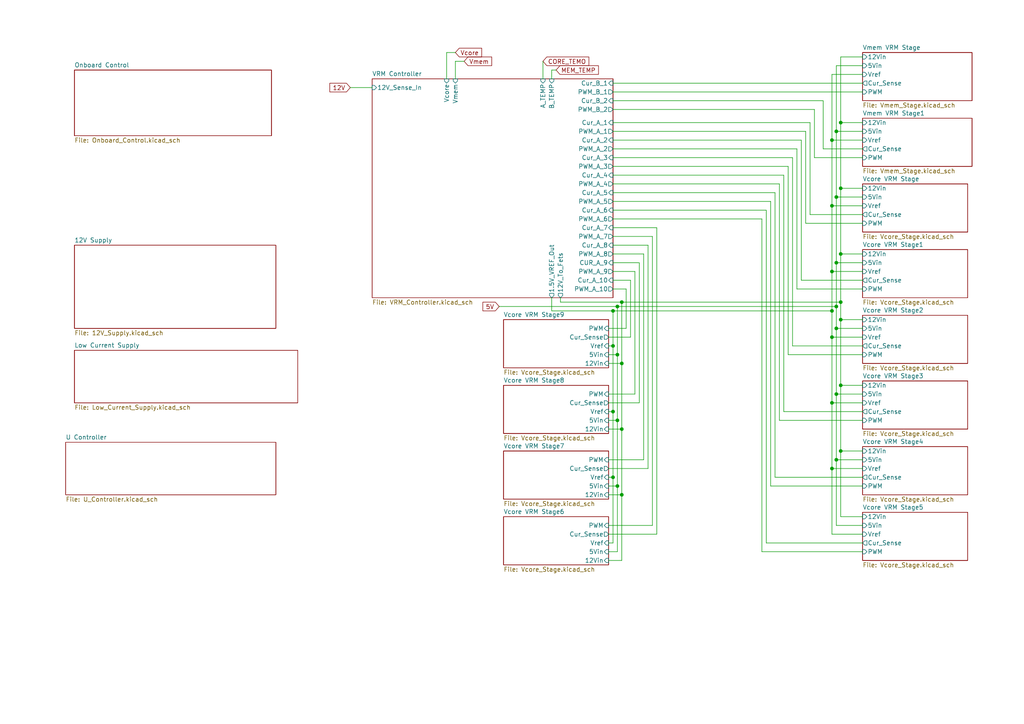
<source format=kicad_sch>
(kicad_sch
	(version 20231120)
	(generator "eeschema")
	(generator_version "8.0")
	(uuid "d5303413-7068-41ba-88e3-39dfa38d31b7")
	(paper "A4")
	(title_block
		(title "GPU Power Supply - Top Level Schematic")
	)
	(lib_symbols)
	(junction
		(at 241.3 90.17)
		(diameter 0)
		(color 0 0 0 0)
		(uuid "13d797c1-79d8-4cb8-be59-5a4257b7d069")
	)
	(junction
		(at 242.57 114.3)
		(diameter 0)
		(color 0 0 0 0)
		(uuid "1aefa8ea-ca4b-41d6-8bf2-e79c0646e7fa")
	)
	(junction
		(at 241.3 135.89)
		(diameter 0)
		(color 0 0 0 0)
		(uuid "21168c39-ba2a-41e3-93aa-abb729e6e308")
	)
	(junction
		(at 243.84 73.66)
		(diameter 0)
		(color 0 0 0 0)
		(uuid "31342da3-f18d-4acc-b944-fb4bb03c67a4")
	)
	(junction
		(at 243.84 130.81)
		(diameter 0)
		(color 0 0 0 0)
		(uuid "3d4d37b1-57a2-4f42-bdf1-f48440449fab")
	)
	(junction
		(at 180.34 87.63)
		(diameter 0)
		(color 0 0 0 0)
		(uuid "51cca0ff-3767-40f4-b6e7-bdd542fe0d07")
	)
	(junction
		(at 242.57 133.35)
		(diameter 0)
		(color 0 0 0 0)
		(uuid "541f34ce-a4bd-4f5b-b731-31e3a9e0bcf3")
	)
	(junction
		(at 177.8 90.17)
		(diameter 0)
		(color 0 0 0 0)
		(uuid "5ceed8ec-6f0a-4f83-b2b7-237be97aaf01")
	)
	(junction
		(at 241.3 59.69)
		(diameter 0)
		(color 0 0 0 0)
		(uuid "656caf2c-b2ad-411c-a12f-29694112c678")
	)
	(junction
		(at 180.34 124.46)
		(diameter 0)
		(color 0 0 0 0)
		(uuid "66394670-ef18-4798-a460-ff00813cc588")
	)
	(junction
		(at 242.57 95.25)
		(diameter 0)
		(color 0 0 0 0)
		(uuid "7c5405b7-4144-4f76-ae79-e6ab4a30a5f2")
	)
	(junction
		(at 180.34 105.41)
		(diameter 0)
		(color 0 0 0 0)
		(uuid "7c6e3b40-d66c-4152-83d7-e158ea483010")
	)
	(junction
		(at 177.8 119.38)
		(diameter 0)
		(color 0 0 0 0)
		(uuid "80023598-bca8-4f15-8d83-cfaf80203b5a")
	)
	(junction
		(at 242.57 57.15)
		(diameter 0)
		(color 0 0 0 0)
		(uuid "8b9afcf0-5ec2-495a-b61b-285ca89ceb48")
	)
	(junction
		(at 242.57 38.1)
		(diameter 0)
		(color 0 0 0 0)
		(uuid "8fbe6dfd-4a27-4213-a162-7698947ba624")
	)
	(junction
		(at 241.3 78.74)
		(diameter 0)
		(color 0 0 0 0)
		(uuid "925a4566-6453-4f8a-86eb-bfa40e4fc354")
	)
	(junction
		(at 243.84 92.71)
		(diameter 0)
		(color 0 0 0 0)
		(uuid "932de07b-2dca-44ec-bfc6-642b4ec52636")
	)
	(junction
		(at 242.57 76.2)
		(diameter 0)
		(color 0 0 0 0)
		(uuid "9de66f21-7b10-40d9-aee0-e5dec78de5e2")
	)
	(junction
		(at 243.84 87.63)
		(diameter 0)
		(color 0 0 0 0)
		(uuid "a14e15a8-b8ba-49eb-be7b-6cc328913878")
	)
	(junction
		(at 242.57 88.9)
		(diameter 0)
		(color 0 0 0 0)
		(uuid "a4a5801a-dbda-446f-a93b-99964de125bc")
	)
	(junction
		(at 243.84 54.61)
		(diameter 0)
		(color 0 0 0 0)
		(uuid "ad2f9992-7aa7-4bda-b845-e08337f7d0ce")
	)
	(junction
		(at 241.3 116.84)
		(diameter 0)
		(color 0 0 0 0)
		(uuid "b4661830-15bc-4205-aa85-c2db6f0d93f6")
	)
	(junction
		(at 177.8 100.33)
		(diameter 0)
		(color 0 0 0 0)
		(uuid "b89cdf63-e13e-4186-8e89-be1b78d76e28")
	)
	(junction
		(at 241.3 97.79)
		(diameter 0)
		(color 0 0 0 0)
		(uuid "cc8e70ac-5083-4ea6-b7a2-7ce537dcf22d")
	)
	(junction
		(at 243.84 35.56)
		(diameter 0)
		(color 0 0 0 0)
		(uuid "ce060efb-2450-407c-a17c-6338836d36b6")
	)
	(junction
		(at 241.3 40.64)
		(diameter 0)
		(color 0 0 0 0)
		(uuid "e199dd61-163a-4b93-b7e2-a95e84768671")
	)
	(junction
		(at 243.84 111.76)
		(diameter 0)
		(color 0 0 0 0)
		(uuid "e1d2f7c8-a7dc-4f1b-9f1e-2ee96191d11e")
	)
	(junction
		(at 177.8 138.43)
		(diameter 0)
		(color 0 0 0 0)
		(uuid "e40142cf-d7a2-41ca-8b71-92dd32129ec9")
	)
	(junction
		(at 179.07 88.9)
		(diameter 0)
		(color 0 0 0 0)
		(uuid "e92e9093-4793-499c-935b-51eb1f5ea0a1")
	)
	(junction
		(at 180.34 143.51)
		(diameter 0)
		(color 0 0 0 0)
		(uuid "e94e51fa-a52d-4952-9e7e-413cb5300bae")
	)
	(junction
		(at 179.07 121.92)
		(diameter 0)
		(color 0 0 0 0)
		(uuid "ed522101-a574-456b-97d6-2567495f241b")
	)
	(junction
		(at 179.07 102.87)
		(diameter 0)
		(color 0 0 0 0)
		(uuid "f06c47dc-5258-4c1b-a02b-caa6c31de1d9")
	)
	(junction
		(at 179.07 140.97)
		(diameter 0)
		(color 0 0 0 0)
		(uuid "f4cd73fc-0f78-47fc-8dcc-23fcc0d86251")
	)
	(wire
		(pts
			(xy 189.23 68.58) (xy 189.23 152.4)
		)
		(stroke
			(width 0)
			(type default)
		)
		(uuid "00cdfaa8-cd96-4eac-8c27-b5c5d175ed82")
	)
	(wire
		(pts
			(xy 187.96 135.89) (xy 187.96 71.12)
		)
		(stroke
			(width 0)
			(type default)
		)
		(uuid "04cd3e63-8136-47c0-bba2-a08c1f694d2b")
	)
	(wire
		(pts
			(xy 242.57 114.3) (xy 242.57 133.35)
		)
		(stroke
			(width 0)
			(type default)
		)
		(uuid "062a032c-40fc-4095-bc9f-89a90525724c")
	)
	(wire
		(pts
			(xy 233.68 38.1) (xy 233.68 64.77)
		)
		(stroke
			(width 0)
			(type default)
		)
		(uuid "070442e4-6ab1-4c37-9e7b-a83c1d92700e")
	)
	(wire
		(pts
			(xy 177.8 100.33) (xy 177.8 119.38)
		)
		(stroke
			(width 0)
			(type default)
		)
		(uuid "07fae041-211f-4ec4-bdac-1906e8313246")
	)
	(wire
		(pts
			(xy 241.3 59.69) (xy 241.3 78.74)
		)
		(stroke
			(width 0)
			(type default)
		)
		(uuid "0ac4f269-cacc-4577-b0a2-6b8edf7e0597")
	)
	(wire
		(pts
			(xy 232.41 81.28) (xy 250.19 81.28)
		)
		(stroke
			(width 0)
			(type default)
		)
		(uuid "0c07db75-19c8-4bb8-ab8e-2863fad7b150")
	)
	(wire
		(pts
			(xy 229.87 100.33) (xy 250.19 100.33)
		)
		(stroke
			(width 0)
			(type default)
		)
		(uuid "0f6bfd12-aa8d-472d-b32a-899b510769cc")
	)
	(wire
		(pts
			(xy 179.07 140.97) (xy 179.07 121.92)
		)
		(stroke
			(width 0)
			(type default)
		)
		(uuid "187f2862-5ead-4cfe-ae85-31c45cfe3d65")
	)
	(wire
		(pts
			(xy 177.8 53.34) (xy 226.06 53.34)
		)
		(stroke
			(width 0)
			(type default)
		)
		(uuid "18e9032e-2c43-44de-9b0b-6247ba61ae8d")
	)
	(wire
		(pts
			(xy 250.19 45.72) (xy 236.22 45.72)
		)
		(stroke
			(width 0)
			(type default)
		)
		(uuid "190fd665-d7be-4926-afce-7053696cca6a")
	)
	(wire
		(pts
			(xy 177.8 63.5) (xy 220.98 63.5)
		)
		(stroke
			(width 0)
			(type default)
		)
		(uuid "1936afea-a7f1-41e7-8095-0e69a21e5a86")
	)
	(wire
		(pts
			(xy 241.3 59.69) (xy 250.19 59.69)
		)
		(stroke
			(width 0)
			(type default)
		)
		(uuid "19b444bb-97ed-4a6d-a9f2-e3dd8a425185")
	)
	(wire
		(pts
			(xy 177.8 138.43) (xy 176.53 138.43)
		)
		(stroke
			(width 0)
			(type default)
		)
		(uuid "1bfbfda8-5e02-443c-ab4a-74701a0b206b")
	)
	(wire
		(pts
			(xy 242.57 95.25) (xy 242.57 114.3)
		)
		(stroke
			(width 0)
			(type default)
		)
		(uuid "1d01bdb4-ea39-4ea2-96ba-62a6e92accb1")
	)
	(wire
		(pts
			(xy 243.84 54.61) (xy 243.84 73.66)
		)
		(stroke
			(width 0)
			(type default)
		)
		(uuid "1d5d31b4-53cb-4f05-b410-c954343f4ab8")
	)
	(wire
		(pts
			(xy 162.56 87.63) (xy 180.34 87.63)
		)
		(stroke
			(width 0)
			(type default)
		)
		(uuid "1e57a017-2424-4e44-a339-8ea688bbc31c")
	)
	(wire
		(pts
			(xy 190.5 66.04) (xy 177.8 66.04)
		)
		(stroke
			(width 0)
			(type default)
		)
		(uuid "1ed25308-f48b-4d79-baf1-75e7af02c805")
	)
	(wire
		(pts
			(xy 176.53 154.94) (xy 190.5 154.94)
		)
		(stroke
			(width 0)
			(type default)
		)
		(uuid "1ee9c9d1-0354-4c2a-9afb-ebde84c2e584")
	)
	(wire
		(pts
			(xy 241.3 135.89) (xy 241.3 154.94)
		)
		(stroke
			(width 0)
			(type default)
		)
		(uuid "1f5a49fd-d41e-465a-88ea-566a3924a7ea")
	)
	(wire
		(pts
			(xy 234.95 35.56) (xy 234.95 62.23)
		)
		(stroke
			(width 0)
			(type default)
		)
		(uuid "202e47e4-4655-4069-97fe-ddfe8530c409")
	)
	(wire
		(pts
			(xy 176.53 135.89) (xy 187.96 135.89)
		)
		(stroke
			(width 0)
			(type default)
		)
		(uuid "2177eb78-bc63-4e01-9365-3fe01bb040ed")
	)
	(wire
		(pts
			(xy 185.42 116.84) (xy 185.42 76.2)
		)
		(stroke
			(width 0)
			(type default)
		)
		(uuid "22266f8a-4961-45b0-9825-0f5df0dd0d18")
	)
	(wire
		(pts
			(xy 242.57 57.15) (xy 250.19 57.15)
		)
		(stroke
			(width 0)
			(type default)
		)
		(uuid "242094f9-a0a3-4987-a2d7-0a64ec8fb845")
	)
	(wire
		(pts
			(xy 250.19 140.97) (xy 223.52 140.97)
		)
		(stroke
			(width 0)
			(type default)
		)
		(uuid "2742736b-dfef-4ba4-b1d5-d5a70b3bc8d7")
	)
	(wire
		(pts
			(xy 241.3 97.79) (xy 250.19 97.79)
		)
		(stroke
			(width 0)
			(type default)
		)
		(uuid "279e6278-12d1-435a-91c8-12e26787c315")
	)
	(wire
		(pts
			(xy 243.84 111.76) (xy 243.84 130.81)
		)
		(stroke
			(width 0)
			(type default)
		)
		(uuid "27c405f3-009e-4a11-8f4e-825331830fe0")
	)
	(wire
		(pts
			(xy 177.8 90.17) (xy 241.3 90.17)
		)
		(stroke
			(width 0)
			(type default)
		)
		(uuid "2bcccb66-88b9-46e9-bcc8-70e621344531")
	)
	(wire
		(pts
			(xy 177.8 157.48) (xy 176.53 157.48)
		)
		(stroke
			(width 0)
			(type default)
		)
		(uuid "2c3cd938-e8c9-4d65-9972-5c30fd3c25bd")
	)
	(wire
		(pts
			(xy 250.19 121.92) (xy 226.06 121.92)
		)
		(stroke
			(width 0)
			(type default)
		)
		(uuid "2c62c7c2-a8d1-4b45-a179-6a6ef7a5d343")
	)
	(wire
		(pts
			(xy 176.53 95.25) (xy 181.61 95.25)
		)
		(stroke
			(width 0)
			(type default)
		)
		(uuid "2d050909-7f65-4ae4-8107-06f39aee5a53")
	)
	(wire
		(pts
			(xy 232.41 40.64) (xy 232.41 81.28)
		)
		(stroke
			(width 0)
			(type default)
		)
		(uuid "2d77b94b-d5c7-4155-9fb2-0c068dffd5e2")
	)
	(wire
		(pts
			(xy 243.84 92.71) (xy 250.19 92.71)
		)
		(stroke
			(width 0)
			(type default)
		)
		(uuid "2e4eee61-ab4f-4fe7-8146-8e98663ac55e")
	)
	(wire
		(pts
			(xy 186.69 73.66) (xy 186.69 133.35)
		)
		(stroke
			(width 0)
			(type default)
		)
		(uuid "2fdbd7a6-49f2-45cf-a023-1dea127f43a8")
	)
	(wire
		(pts
			(xy 243.84 92.71) (xy 243.84 111.76)
		)
		(stroke
			(width 0)
			(type default)
		)
		(uuid "2fea8c88-6dad-4b3e-a8aa-3a4cff281167")
	)
	(wire
		(pts
			(xy 179.07 102.87) (xy 176.53 102.87)
		)
		(stroke
			(width 0)
			(type default)
		)
		(uuid "30ab9c1c-64ff-4f52-8371-f4416cdf39c7")
	)
	(wire
		(pts
			(xy 243.84 54.61) (xy 250.19 54.61)
		)
		(stroke
			(width 0)
			(type default)
		)
		(uuid "33815c70-19a3-482c-9240-ad18a51e413a")
	)
	(wire
		(pts
			(xy 177.8 38.1) (xy 233.68 38.1)
		)
		(stroke
			(width 0)
			(type default)
		)
		(uuid "34683ef0-8253-48c9-9afe-b6bd6f977543")
	)
	(wire
		(pts
			(xy 176.53 116.84) (xy 185.42 116.84)
		)
		(stroke
			(width 0)
			(type default)
		)
		(uuid "357d71b4-f7e4-4fda-a3ed-2b45340c0186")
	)
	(wire
		(pts
			(xy 250.19 64.77) (xy 233.68 64.77)
		)
		(stroke
			(width 0)
			(type default)
		)
		(uuid "38337c30-a32f-49bf-ab1c-d86402b2b10d")
	)
	(wire
		(pts
			(xy 241.3 90.17) (xy 241.3 97.79)
		)
		(stroke
			(width 0)
			(type default)
		)
		(uuid "398530fe-0714-4cdb-83b8-fb4edbedf8eb")
	)
	(wire
		(pts
			(xy 177.8 26.67) (xy 250.19 26.67)
		)
		(stroke
			(width 0)
			(type default)
		)
		(uuid "3988b9ca-c0ab-48df-856b-7dfcc1016795")
	)
	(wire
		(pts
			(xy 227.33 119.38) (xy 250.19 119.38)
		)
		(stroke
			(width 0)
			(type default)
		)
		(uuid "3c30b58f-a73d-4a12-891f-f96dc086d8de")
	)
	(wire
		(pts
			(xy 229.87 45.72) (xy 229.87 100.33)
		)
		(stroke
			(width 0)
			(type default)
		)
		(uuid "3cc4e205-8c09-40de-a7a0-4f0f2c295748")
	)
	(wire
		(pts
			(xy 231.14 43.18) (xy 231.14 83.82)
		)
		(stroke
			(width 0)
			(type default)
		)
		(uuid "3d5af07c-f1eb-4e09-9748-1d790b39d9ca")
	)
	(wire
		(pts
			(xy 177.8 50.8) (xy 227.33 50.8)
		)
		(stroke
			(width 0)
			(type default)
		)
		(uuid "3d9f506a-f045-4ca5-a3dc-7c7caa30f4a1")
	)
	(wire
		(pts
			(xy 241.3 116.84) (xy 241.3 135.89)
		)
		(stroke
			(width 0)
			(type default)
		)
		(uuid "3dfaef0c-3478-4d21-b577-65096d438571")
	)
	(wire
		(pts
			(xy 177.8 35.56) (xy 234.95 35.56)
		)
		(stroke
			(width 0)
			(type default)
		)
		(uuid "3f6b5102-81d0-44f7-a53d-4e6bc7c9dd81")
	)
	(wire
		(pts
			(xy 231.14 43.18) (xy 177.8 43.18)
		)
		(stroke
			(width 0)
			(type default)
		)
		(uuid "3f6ce702-cf3e-4b94-85f5-a426b92970df")
	)
	(wire
		(pts
			(xy 224.79 138.43) (xy 250.19 138.43)
		)
		(stroke
			(width 0)
			(type default)
		)
		(uuid "408605e9-a7a4-45eb-813f-bedde9651086")
	)
	(wire
		(pts
			(xy 132.08 22.86) (xy 132.08 17.78)
		)
		(stroke
			(width 0)
			(type default)
		)
		(uuid "4305cedc-2b5b-4c14-a014-fa781d324d17")
	)
	(wire
		(pts
			(xy 241.3 154.94) (xy 250.19 154.94)
		)
		(stroke
			(width 0)
			(type default)
		)
		(uuid "43528e52-78c3-4e02-a468-bfa2337161c3")
	)
	(wire
		(pts
			(xy 224.79 55.88) (xy 224.79 138.43)
		)
		(stroke
			(width 0)
			(type default)
		)
		(uuid "43f1a271-cb86-433e-a8c4-40d809f3d439")
	)
	(wire
		(pts
			(xy 177.8 40.64) (xy 232.41 40.64)
		)
		(stroke
			(width 0)
			(type default)
		)
		(uuid "44db0506-54bb-4fd5-ac9f-c5423c46402b")
	)
	(wire
		(pts
			(xy 227.33 50.8) (xy 227.33 119.38)
		)
		(stroke
			(width 0)
			(type default)
		)
		(uuid "45e5145c-af32-4d24-afce-d3e50e1fff19")
	)
	(wire
		(pts
			(xy 250.19 83.82) (xy 231.14 83.82)
		)
		(stroke
			(width 0)
			(type default)
		)
		(uuid "4665e36a-cf1b-45ff-bb51-05cc533c679d")
	)
	(wire
		(pts
			(xy 243.84 130.81) (xy 250.19 130.81)
		)
		(stroke
			(width 0)
			(type default)
		)
		(uuid "46ead44d-d57d-42db-9d8d-d2aca7f45445")
	)
	(wire
		(pts
			(xy 242.57 88.9) (xy 242.57 95.25)
		)
		(stroke
			(width 0)
			(type default)
		)
		(uuid "4993b031-ad73-492e-b0f1-bd695491c3e8")
	)
	(wire
		(pts
			(xy 220.98 63.5) (xy 220.98 160.02)
		)
		(stroke
			(width 0)
			(type default)
		)
		(uuid "49d8197d-5b09-48e7-a326-273a24e41064")
	)
	(wire
		(pts
			(xy 177.8 100.33) (xy 177.8 90.17)
		)
		(stroke
			(width 0)
			(type default)
		)
		(uuid "4ac983ad-6ea3-4049-aa75-eb5b80c5f8e1")
	)
	(wire
		(pts
			(xy 243.84 35.56) (xy 243.84 54.61)
		)
		(stroke
			(width 0)
			(type default)
		)
		(uuid "4c00befd-3ac9-407f-b224-6f7f519c4673")
	)
	(wire
		(pts
			(xy 243.84 111.76) (xy 250.19 111.76)
		)
		(stroke
			(width 0)
			(type default)
		)
		(uuid "4c6f1f74-fc45-4de7-962f-07d55e28c97b")
	)
	(wire
		(pts
			(xy 250.19 35.56) (xy 243.84 35.56)
		)
		(stroke
			(width 0)
			(type default)
		)
		(uuid "4f83917e-e798-441a-803d-0155a097cbea")
	)
	(wire
		(pts
			(xy 243.84 149.86) (xy 250.19 149.86)
		)
		(stroke
			(width 0)
			(type default)
		)
		(uuid "50244ca9-42c8-4bdb-92c5-dceb4ff0a6f9")
	)
	(wire
		(pts
			(xy 242.57 95.25) (xy 250.19 95.25)
		)
		(stroke
			(width 0)
			(type default)
		)
		(uuid "54c95e02-b611-4244-9638-1ffd0c7345f1")
	)
	(wire
		(pts
			(xy 242.57 133.35) (xy 250.19 133.35)
		)
		(stroke
			(width 0)
			(type default)
		)
		(uuid "55c52d37-2997-4177-a3df-9464ecc36cd2")
	)
	(wire
		(pts
			(xy 177.8 119.38) (xy 176.53 119.38)
		)
		(stroke
			(width 0)
			(type default)
		)
		(uuid "56637ea8-95fb-4411-bafc-07e18913ae22")
	)
	(wire
		(pts
			(xy 242.57 88.9) (xy 179.07 88.9)
		)
		(stroke
			(width 0)
			(type default)
		)
		(uuid "572285dd-30e8-41c7-b311-e424e7a06236")
	)
	(wire
		(pts
			(xy 179.07 160.02) (xy 179.07 140.97)
		)
		(stroke
			(width 0)
			(type default)
		)
		(uuid "57edf610-7519-4652-bfae-abea3c0fc4bd")
	)
	(wire
		(pts
			(xy 180.34 162.56) (xy 176.53 162.56)
		)
		(stroke
			(width 0)
			(type default)
		)
		(uuid "58279f52-d653-4fbb-93e8-7d6b86b29fe2")
	)
	(wire
		(pts
			(xy 177.8 90.17) (xy 160.02 90.17)
		)
		(stroke
			(width 0)
			(type default)
		)
		(uuid "58bb0042-6dcc-4265-8b69-355585416027")
	)
	(wire
		(pts
			(xy 241.3 40.64) (xy 241.3 59.69)
		)
		(stroke
			(width 0)
			(type default)
		)
		(uuid "5b6e0a56-d5de-4f9e-9a95-80798fba88c9")
	)
	(wire
		(pts
			(xy 177.8 68.58) (xy 189.23 68.58)
		)
		(stroke
			(width 0)
			(type default)
		)
		(uuid "601dbff7-7519-4e04-a61c-4aa749236eea")
	)
	(wire
		(pts
			(xy 241.3 78.74) (xy 241.3 90.17)
		)
		(stroke
			(width 0)
			(type default)
		)
		(uuid "6110e0af-c923-4e24-a802-576dce7f0cf0")
	)
	(wire
		(pts
			(xy 234.95 62.23) (xy 250.19 62.23)
		)
		(stroke
			(width 0)
			(type default)
		)
		(uuid "63ca7842-d30b-449f-9aea-61e47d74fb20")
	)
	(wire
		(pts
			(xy 222.25 157.48) (xy 250.19 157.48)
		)
		(stroke
			(width 0)
			(type default)
		)
		(uuid "6aab70b1-d69f-40c4-9c13-3f56032c43c4")
	)
	(wire
		(pts
			(xy 238.76 29.21) (xy 238.76 43.18)
		)
		(stroke
			(width 0)
			(type default)
		)
		(uuid "6cc82953-72c1-4b13-a5f3-bb02ef9cd6cf")
	)
	(wire
		(pts
			(xy 177.8 24.13) (xy 250.19 24.13)
		)
		(stroke
			(width 0)
			(type default)
		)
		(uuid "6db09e72-3e4d-49be-a20a-bdeead656fb4")
	)
	(wire
		(pts
			(xy 180.34 124.46) (xy 176.53 124.46)
		)
		(stroke
			(width 0)
			(type default)
		)
		(uuid "70d75781-23bf-400e-903b-c6413e046b58")
	)
	(wire
		(pts
			(xy 241.3 78.74) (xy 250.19 78.74)
		)
		(stroke
			(width 0)
			(type default)
		)
		(uuid "721c874e-c04d-4f62-9ee9-6a78d89a3ffa")
	)
	(wire
		(pts
			(xy 177.8 138.43) (xy 177.8 157.48)
		)
		(stroke
			(width 0)
			(type default)
		)
		(uuid "742f013d-2871-41af-b072-b5f7bf2b981e")
	)
	(wire
		(pts
			(xy 242.57 152.4) (xy 250.19 152.4)
		)
		(stroke
			(width 0)
			(type default)
		)
		(uuid "7c11786c-11b8-4140-ba77-29258dbc798e")
	)
	(wire
		(pts
			(xy 129.54 15.24) (xy 132.08 15.24)
		)
		(stroke
			(width 0)
			(type default)
		)
		(uuid "7c20275d-5678-4475-8812-83f5abceba9a")
	)
	(wire
		(pts
			(xy 180.34 105.41) (xy 180.34 124.46)
		)
		(stroke
			(width 0)
			(type default)
		)
		(uuid "7f911944-271a-4cec-b4d9-3de2fcdb1790")
	)
	(wire
		(pts
			(xy 243.84 87.63) (xy 243.84 92.71)
		)
		(stroke
			(width 0)
			(type default)
		)
		(uuid "81d319bf-cdd6-4cb5-b543-a2b53ac0b37c")
	)
	(wire
		(pts
			(xy 177.8 73.66) (xy 186.69 73.66)
		)
		(stroke
			(width 0)
			(type default)
		)
		(uuid "8492db51-58d9-459b-b699-fe95bd339a14")
	)
	(wire
		(pts
			(xy 242.57 76.2) (xy 250.19 76.2)
		)
		(stroke
			(width 0)
			(type default)
		)
		(uuid "85358cc9-d44f-481d-b428-898fb059f065")
	)
	(wire
		(pts
			(xy 250.19 19.05) (xy 242.57 19.05)
		)
		(stroke
			(width 0)
			(type default)
		)
		(uuid "86efdc11-de3e-452e-ac74-315b804ddff7")
	)
	(wire
		(pts
			(xy 177.8 60.96) (xy 222.25 60.96)
		)
		(stroke
			(width 0)
			(type default)
		)
		(uuid "870e3d04-c1ad-4560-a31e-8e7d1c6a09a5")
	)
	(wire
		(pts
			(xy 180.34 105.41) (xy 176.53 105.41)
		)
		(stroke
			(width 0)
			(type default)
		)
		(uuid "88cb35ea-297e-4bfc-a464-fd80c9a677ca")
	)
	(wire
		(pts
			(xy 179.07 88.9) (xy 179.07 102.87)
		)
		(stroke
			(width 0)
			(type default)
		)
		(uuid "8915e53f-dabf-46d2-b6ea-ac065e23024d")
	)
	(wire
		(pts
			(xy 243.84 73.66) (xy 243.84 87.63)
		)
		(stroke
			(width 0)
			(type default)
		)
		(uuid "89b3916b-6518-4eed-9754-a25da9489a61")
	)
	(wire
		(pts
			(xy 179.07 88.9) (xy 144.78 88.9)
		)
		(stroke
			(width 0)
			(type default)
		)
		(uuid "8a2c7475-846b-4e4f-af42-e2ae4b68d2e9")
	)
	(wire
		(pts
			(xy 238.76 43.18) (xy 250.19 43.18)
		)
		(stroke
			(width 0)
			(type default)
		)
		(uuid "8b3daac7-e701-4489-829d-6f4467880bb0")
	)
	(wire
		(pts
			(xy 180.34 143.51) (xy 180.34 162.56)
		)
		(stroke
			(width 0)
			(type default)
		)
		(uuid "8b942c2d-10c6-4969-9b77-09a0e0c1e74a")
	)
	(wire
		(pts
			(xy 226.06 53.34) (xy 226.06 121.92)
		)
		(stroke
			(width 0)
			(type default)
		)
		(uuid "8f0a7e2d-a508-4b12-b572-c82da7d34bf6")
	)
	(wire
		(pts
			(xy 177.8 31.75) (xy 236.22 31.75)
		)
		(stroke
			(width 0)
			(type default)
		)
		(uuid "8fdaa717-976e-4753-8864-ce9b6ed87d3e")
	)
	(wire
		(pts
			(xy 179.07 140.97) (xy 176.53 140.97)
		)
		(stroke
			(width 0)
			(type default)
		)
		(uuid "92c1e2a0-a380-4616-bc30-f1acd2f63b38")
	)
	(wire
		(pts
			(xy 242.57 57.15) (xy 242.57 76.2)
		)
		(stroke
			(width 0)
			(type default)
		)
		(uuid "95bd0aec-2fb3-4801-af4e-f333a41e6118")
	)
	(wire
		(pts
			(xy 241.3 97.79) (xy 241.3 116.84)
		)
		(stroke
			(width 0)
			(type default)
		)
		(uuid "95c33679-430f-4db1-aa0e-abce91e6ef29")
	)
	(wire
		(pts
			(xy 180.34 124.46) (xy 180.34 143.51)
		)
		(stroke
			(width 0)
			(type default)
		)
		(uuid "96b2307a-7ca0-497d-a97a-e0b67fafb3a2")
	)
	(wire
		(pts
			(xy 185.42 76.2) (xy 177.8 76.2)
		)
		(stroke
			(width 0)
			(type default)
		)
		(uuid "9ac9f020-c945-4374-a682-b413e8a1c087")
	)
	(wire
		(pts
			(xy 180.34 87.63) (xy 180.34 105.41)
		)
		(stroke
			(width 0)
			(type default)
		)
		(uuid "9ce4aecf-e74e-400d-bfa2-8a36e7a08f17")
	)
	(wire
		(pts
			(xy 182.88 81.28) (xy 182.88 97.79)
		)
		(stroke
			(width 0)
			(type default)
		)
		(uuid "9d0fe7ee-c2eb-4f4d-87ff-a671dcfae822")
	)
	(wire
		(pts
			(xy 241.3 116.84) (xy 250.19 116.84)
		)
		(stroke
			(width 0)
			(type default)
		)
		(uuid "a131d481-947d-4b04-a5d9-aadced0eeb6b")
	)
	(wire
		(pts
			(xy 129.54 22.86) (xy 129.54 15.24)
		)
		(stroke
			(width 0)
			(type default)
		)
		(uuid "a2b17adf-0ba4-4d0a-8cb0-afab903cbc39")
	)
	(wire
		(pts
			(xy 187.96 71.12) (xy 177.8 71.12)
		)
		(stroke
			(width 0)
			(type default)
		)
		(uuid "a556b175-dee1-4081-8796-d24199ca33a6")
	)
	(wire
		(pts
			(xy 177.8 58.42) (xy 223.52 58.42)
		)
		(stroke
			(width 0)
			(type default)
		)
		(uuid "a72ba666-76ab-4165-b289-28eef5849c27")
	)
	(wire
		(pts
			(xy 242.57 76.2) (xy 242.57 88.9)
		)
		(stroke
			(width 0)
			(type default)
		)
		(uuid "abf036d6-2b84-4918-9bde-076b0031c5a7")
	)
	(wire
		(pts
			(xy 243.84 16.51) (xy 250.19 16.51)
		)
		(stroke
			(width 0)
			(type default)
		)
		(uuid "ae26f5b6-149b-4d85-8b5c-f9ba7f1ea9b9")
	)
	(wire
		(pts
			(xy 241.3 21.59) (xy 250.19 21.59)
		)
		(stroke
			(width 0)
			(type default)
		)
		(uuid "af366dfd-9a6c-423e-a222-5e3fb7a29a2d")
	)
	(wire
		(pts
			(xy 228.6 48.26) (xy 228.6 102.87)
		)
		(stroke
			(width 0)
			(type default)
		)
		(uuid "afe20b42-018e-49fb-b287-f193c5d71d4b")
	)
	(wire
		(pts
			(xy 228.6 48.26) (xy 177.8 48.26)
		)
		(stroke
			(width 0)
			(type default)
		)
		(uuid "b12a18e4-eb57-485d-ae13-98a63d2b8e18")
	)
	(wire
		(pts
			(xy 180.34 87.63) (xy 243.84 87.63)
		)
		(stroke
			(width 0)
			(type default)
		)
		(uuid "b327508c-1067-4877-bee9-2ea7bc1116dc")
	)
	(wire
		(pts
			(xy 182.88 97.79) (xy 176.53 97.79)
		)
		(stroke
			(width 0)
			(type default)
		)
		(uuid "b54e8962-636d-4830-b841-bc61bcad73c9")
	)
	(wire
		(pts
			(xy 157.48 17.78) (xy 157.48 22.86)
		)
		(stroke
			(width 0)
			(type default)
		)
		(uuid "b67bda7f-0fc6-4dee-bdde-04c42273dc17")
	)
	(wire
		(pts
			(xy 242.57 133.35) (xy 242.57 152.4)
		)
		(stroke
			(width 0)
			(type default)
		)
		(uuid "b7ef4a1e-0317-4cda-b6ee-8a8029281415")
	)
	(wire
		(pts
			(xy 176.53 100.33) (xy 177.8 100.33)
		)
		(stroke
			(width 0)
			(type default)
		)
		(uuid "b86a50f3-8428-4a24-9656-1ff10788b549")
	)
	(wire
		(pts
			(xy 184.15 114.3) (xy 184.15 78.74)
		)
		(stroke
			(width 0)
			(type default)
		)
		(uuid "b9557262-7049-4f86-ac5d-653caec1fd9f")
	)
	(wire
		(pts
			(xy 176.53 152.4) (xy 189.23 152.4)
		)
		(stroke
			(width 0)
			(type default)
		)
		(uuid "be0c834c-3f38-4f2b-b422-b234d0a46c1c")
	)
	(wire
		(pts
			(xy 190.5 154.94) (xy 190.5 66.04)
		)
		(stroke
			(width 0)
			(type default)
		)
		(uuid "be8e6112-ed84-4093-93ee-ffa0cb5a8fae")
	)
	(wire
		(pts
			(xy 243.84 130.81) (xy 243.84 149.86)
		)
		(stroke
			(width 0)
			(type default)
		)
		(uuid "c30fdde7-9d00-49b2-a175-70f60d202e35")
	)
	(wire
		(pts
			(xy 223.52 58.42) (xy 223.52 140.97)
		)
		(stroke
			(width 0)
			(type default)
		)
		(uuid "c3f9bb1e-4a6f-4a06-9323-472d9a2053e7")
	)
	(wire
		(pts
			(xy 241.3 21.59) (xy 241.3 40.64)
		)
		(stroke
			(width 0)
			(type default)
		)
		(uuid "c71fee2d-777b-42c3-8a1a-ff8c6950324f")
	)
	(wire
		(pts
			(xy 243.84 73.66) (xy 250.19 73.66)
		)
		(stroke
			(width 0)
			(type default)
		)
		(uuid "c7f8c75b-d63d-486e-97e6-bef8fee1c837")
	)
	(wire
		(pts
			(xy 177.8 83.82) (xy 181.61 83.82)
		)
		(stroke
			(width 0)
			(type default)
		)
		(uuid "c913a83e-f615-430c-8f97-c101033fb524")
	)
	(wire
		(pts
			(xy 242.57 38.1) (xy 250.19 38.1)
		)
		(stroke
			(width 0)
			(type default)
		)
		(uuid "cc62471b-c188-45c9-aa1b-7e43004cb680")
	)
	(wire
		(pts
			(xy 179.07 121.92) (xy 179.07 102.87)
		)
		(stroke
			(width 0)
			(type default)
		)
		(uuid "ccbcf51e-bcb9-414a-83c1-798a84d3ab3a")
	)
	(wire
		(pts
			(xy 177.8 29.21) (xy 238.76 29.21)
		)
		(stroke
			(width 0)
			(type default)
		)
		(uuid "cd3806c6-38c4-4488-af8b-d056de13e1ea")
	)
	(wire
		(pts
			(xy 176.53 160.02) (xy 179.07 160.02)
		)
		(stroke
			(width 0)
			(type default)
		)
		(uuid "d155cf9f-e76b-4752-b188-1f4e68408fc7")
	)
	(wire
		(pts
			(xy 101.6 25.4) (xy 107.95 25.4)
		)
		(stroke
			(width 0)
			(type default)
		)
		(uuid "d29ad975-f47d-4627-97f6-db8108475771")
	)
	(wire
		(pts
			(xy 250.19 160.02) (xy 220.98 160.02)
		)
		(stroke
			(width 0)
			(type default)
		)
		(uuid "d38d856f-7762-425b-a48d-a019fff7d2c3")
	)
	(wire
		(pts
			(xy 177.8 45.72) (xy 229.87 45.72)
		)
		(stroke
			(width 0)
			(type default)
		)
		(uuid "d3f1a370-bf51-4b31-a0e6-b16abec93a11")
	)
	(wire
		(pts
			(xy 160.02 20.32) (xy 161.29 20.32)
		)
		(stroke
			(width 0)
			(type default)
		)
		(uuid "d4875b3a-114b-46c5-8739-b22c9195cf9f")
	)
	(wire
		(pts
			(xy 162.56 86.36) (xy 162.56 87.63)
		)
		(stroke
			(width 0)
			(type default)
		)
		(uuid "d70f7222-e924-4388-9151-2c387223d436")
	)
	(wire
		(pts
			(xy 177.8 119.38) (xy 177.8 138.43)
		)
		(stroke
			(width 0)
			(type default)
		)
		(uuid "d853dee9-bfa3-4792-9f9a-840023303692")
	)
	(wire
		(pts
			(xy 243.84 16.51) (xy 243.84 35.56)
		)
		(stroke
			(width 0)
			(type default)
		)
		(uuid "d85ebb87-ef53-4754-a6fe-65ed25b527fc")
	)
	(wire
		(pts
			(xy 160.02 22.86) (xy 160.02 20.32)
		)
		(stroke
			(width 0)
			(type default)
		)
		(uuid "d8dec66a-d190-4602-b5e1-a0163e457a60")
	)
	(wire
		(pts
			(xy 242.57 114.3) (xy 250.19 114.3)
		)
		(stroke
			(width 0)
			(type default)
		)
		(uuid "db485ea4-0e01-475b-b50b-a1bf03c09a5a")
	)
	(wire
		(pts
			(xy 250.19 40.64) (xy 241.3 40.64)
		)
		(stroke
			(width 0)
			(type default)
		)
		(uuid "dd650413-6135-4770-9e1a-dc6ea55cf503")
	)
	(wire
		(pts
			(xy 242.57 19.05) (xy 242.57 38.1)
		)
		(stroke
			(width 0)
			(type default)
		)
		(uuid "df52aba3-32e2-4fc6-8991-d435d1a2ba7e")
	)
	(wire
		(pts
			(xy 236.22 31.75) (xy 236.22 45.72)
		)
		(stroke
			(width 0)
			(type default)
		)
		(uuid "dff150f5-45b8-4566-a560-e26880a26916")
	)
	(wire
		(pts
			(xy 181.61 83.82) (xy 181.61 95.25)
		)
		(stroke
			(width 0)
			(type default)
		)
		(uuid "e2b726cb-52ce-4b2e-930c-f7a0568ec90c")
	)
	(wire
		(pts
			(xy 177.8 81.28) (xy 182.88 81.28)
		)
		(stroke
			(width 0)
			(type default)
		)
		(uuid "e9e3bfc9-024e-44d6-8dbe-4a8a5f09b8d3")
	)
	(wire
		(pts
			(xy 132.08 17.78) (xy 134.62 17.78)
		)
		(stroke
			(width 0)
			(type default)
		)
		(uuid "ebaf71bf-8e4a-4006-adca-5d6f888ca6c1")
	)
	(wire
		(pts
			(xy 177.8 55.88) (xy 224.79 55.88)
		)
		(stroke
			(width 0)
			(type default)
		)
		(uuid "ec5c22c6-b683-4d30-981a-95d5de8781c2")
	)
	(wire
		(pts
			(xy 242.57 38.1) (xy 242.57 57.15)
		)
		(stroke
			(width 0)
			(type default)
		)
		(uuid "ed60ec6b-6817-4580-863b-36c76030f9e1")
	)
	(wire
		(pts
			(xy 186.69 133.35) (xy 176.53 133.35)
		)
		(stroke
			(width 0)
			(type default)
		)
		(uuid "ee3f2c94-b44d-412d-9d04-a74cd51f60e0")
	)
	(wire
		(pts
			(xy 250.19 102.87) (xy 228.6 102.87)
		)
		(stroke
			(width 0)
			(type default)
		)
		(uuid "f363c698-87e2-4476-873e-25fb716ecc0a")
	)
	(wire
		(pts
			(xy 180.34 143.51) (xy 176.53 143.51)
		)
		(stroke
			(width 0)
			(type default)
		)
		(uuid "f3c3ffe7-574b-4105-95cb-ee3c5dd438a6")
	)
	(wire
		(pts
			(xy 160.02 90.17) (xy 160.02 86.36)
		)
		(stroke
			(width 0)
			(type default)
		)
		(uuid "f49deaf3-92cd-4bef-b9aa-f9696a1b37c1")
	)
	(wire
		(pts
			(xy 176.53 114.3) (xy 184.15 114.3)
		)
		(stroke
			(width 0)
			(type default)
		)
		(uuid "f6c284d1-a80b-40d5-9876-9f78501b9aa1")
	)
	(wire
		(pts
			(xy 184.15 78.74) (xy 177.8 78.74)
		)
		(stroke
			(width 0)
			(type default)
		)
		(uuid "f7f13dfc-a2e6-404b-82bc-6f5e4c781798")
	)
	(wire
		(pts
			(xy 222.25 60.96) (xy 222.25 157.48)
		)
		(stroke
			(width 0)
			(type default)
		)
		(uuid "f8198ed3-d34e-4662-bb42-7bf8b3d8d202")
	)
	(wire
		(pts
			(xy 179.07 121.92) (xy 176.53 121.92)
		)
		(stroke
			(width 0)
			(type default)
		)
		(uuid "f86a7184-7edc-4d3c-a1b7-36939c883051")
	)
	(wire
		(pts
			(xy 241.3 135.89) (xy 250.19 135.89)
		)
		(stroke
			(width 0)
			(type default)
		)
		(uuid "fca1487f-de37-4f2b-9808-6a2874bed7bc")
	)
	(global_label "CORE_TEMO"
		(shape input)
		(at 157.48 17.78 0)
		(fields_autoplaced yes)
		(effects
			(font
				(size 1.27 1.27)
			)
			(justify left)
		)
		(uuid "0334fe95-b09e-4ced-b191-d43547de4031")
		(property "Intersheetrefs" "${INTERSHEET_REFS}"
			(at 171.3508 17.78 0)
			(effects
				(font
					(size 1.27 1.27)
				)
				(justify left)
				(hide yes)
			)
		)
	)
	(global_label "Vcore"
		(shape input)
		(at 132.08 15.24 0)
		(fields_autoplaced yes)
		(effects
			(font
				(size 1.27 1.27)
			)
			(justify left)
		)
		(uuid "30dd47f1-895c-4c40-a36a-0dd2f92e3764")
		(property "Intersheetrefs" "${INTERSHEET_REFS}"
			(at 140.2662 15.24 0)
			(effects
				(font
					(size 1.27 1.27)
				)
				(justify left)
				(hide yes)
			)
		)
	)
	(global_label "5V"
		(shape input)
		(at 144.78 88.9 180)
		(fields_autoplaced yes)
		(effects
			(font
				(size 1.27 1.27)
			)
			(justify right)
		)
		(uuid "689f8d93-a9b0-4885-9c7f-e9d6560a8d09")
		(property "Intersheetrefs" "${INTERSHEET_REFS}"
			(at 139.4967 88.9 0)
			(effects
				(font
					(size 1.27 1.27)
				)
				(justify right)
				(hide yes)
			)
		)
	)
	(global_label "Vmem"
		(shape input)
		(at 134.62 17.78 0)
		(fields_autoplaced yes)
		(effects
			(font
				(size 1.27 1.27)
			)
			(justify left)
		)
		(uuid "e97cae6d-e2a9-42a6-900f-e4127e2c8c92")
		(property "Intersheetrefs" "${INTERSHEET_REFS}"
			(at 143.169 17.78 0)
			(effects
				(font
					(size 1.27 1.27)
				)
				(justify left)
				(hide yes)
			)
		)
	)
	(global_label "MEM_TEMP"
		(shape input)
		(at 161.29 20.32 0)
		(fields_autoplaced yes)
		(effects
			(font
				(size 1.27 1.27)
			)
			(justify left)
		)
		(uuid "ef2189d2-63a8-4dc8-8edb-a9a37431806d")
		(property "Intersheetrefs" "${INTERSHEET_REFS}"
			(at 174.1326 20.32 0)
			(effects
				(font
					(size 1.27 1.27)
				)
				(justify left)
				(hide yes)
			)
		)
	)
	(global_label "12V"
		(shape input)
		(at 101.6 25.4 180)
		(fields_autoplaced yes)
		(effects
			(font
				(size 1.27 1.27)
			)
			(justify right)
		)
		(uuid "fd160105-ea54-41df-abd9-5cb16428c098")
		(property "Intersheetrefs" "${INTERSHEET_REFS}"
			(at 95.1072 25.4 0)
			(effects
				(font
					(size 1.27 1.27)
				)
				(justify right)
				(hide yes)
			)
		)
	)
	(sheet
		(at 19.05 128.27)
		(size 60.96 15.24)
		(fields_autoplaced yes)
		(stroke
			(width 0.1524)
			(type solid)
		)
		(fill
			(color 0 0 0 0.0000)
		)
		(uuid "027ff087-ab1d-45e5-9d8f-c94102656fe5")
		(property "Sheetname" "U Controller"
			(at 19.05 127.5584 0)
			(effects
				(font
					(size 1.27 1.27)
				)
				(justify left bottom)
			)
		)
		(property "Sheetfile" "U_Controller.kicad_sch"
			(at 19.05 144.0946 0)
			(effects
				(font
					(size 1.27 1.27)
				)
				(justify left top)
			)
		)
		(instances
			(project "gpu-external-power-supply"
				(path "/d5303413-7068-41ba-88e3-39dfa38d31b7"
					(page "7")
				)
			)
		)
	)
	(sheet
		(at 146.05 149.86)
		(size 30.48 13.97)
		(fields_autoplaced yes)
		(stroke
			(width 0.1524)
			(type solid)
		)
		(fill
			(color 0 0 0 0.0000)
		)
		(uuid "49a17099-106d-4abb-ae14-dd757ef91d45")
		(property "Sheetname" "Vcore VRM Stage6"
			(at 146.05 149.1484 0)
			(effects
				(font
					(size 1.27 1.27)
				)
				(justify left bottom)
			)
		)
		(property "Sheetfile" "Vcore_Stage.kicad_sch"
			(at 146.05 164.4146 0)
			(effects
				(font
					(size 1.27 1.27)
				)
				(justify left top)
			)
		)
		(pin "Vref" input
			(at 176.53 157.48 0)
			(effects
				(font
					(size 1.27 1.27)
				)
				(justify right)
			)
			(uuid "113db0b7-52be-43f8-a6a2-0a23e0d180cb")
		)
		(pin "Cur_Sense" output
			(at 176.53 154.94 0)
			(effects
				(font
					(size 1.27 1.27)
				)
				(justify right)
			)
			(uuid "efba8e30-3b8a-4498-af08-66a677059d0c")
		)
		(pin "5Vin" input
			(at 176.53 160.02 0)
			(effects
				(font
					(size 1.27 1.27)
				)
				(justify right)
			)
			(uuid "2e29ec3c-6dce-4455-8689-bcf75e6fe760")
		)
		(pin "12Vin" input
			(at 176.53 162.56 0)
			(effects
				(font
					(size 1.27 1.27)
				)
				(justify right)
			)
			(uuid "f0809bde-a6b0-41f4-bb81-2f51caac9d67")
		)
		(pin "PWM" input
			(at 176.53 152.4 0)
			(effects
				(font
					(size 1.27 1.27)
				)
				(justify right)
			)
			(uuid "88590541-9382-4292-95bb-6f115adc2a86")
		)
		(instances
			(project "gpu-external-power-supply"
				(path "/d5303413-7068-41ba-88e3-39dfa38d31b7"
					(page "16")
				)
			)
		)
	)
	(sheet
		(at 21.59 20.32)
		(size 57.15 19.05)
		(fields_autoplaced yes)
		(stroke
			(width 0.1524)
			(type solid)
		)
		(fill
			(color 0 0 0 0.0000)
		)
		(uuid "5068f4fb-295f-4c02-a1ca-8a4133aa46e7")
		(property "Sheetname" "Onboard Control"
			(at 21.59 19.6084 0)
			(effects
				(font
					(size 1.27 1.27)
				)
				(justify left bottom)
			)
		)
		(property "Sheetfile" "Onboard_Control.kicad_sch"
			(at 21.59 39.9546 0)
			(effects
				(font
					(size 1.27 1.27)
				)
				(justify left top)
			)
		)
		(instances
			(project "gpu-external-power-supply"
				(path "/d5303413-7068-41ba-88e3-39dfa38d31b7"
					(page "8")
				)
			)
		)
	)
	(sheet
		(at 250.19 91.44)
		(size 30.48 13.97)
		(fields_autoplaced yes)
		(stroke
			(width 0.1524)
			(type solid)
		)
		(fill
			(color 0 0 0 0.0000)
		)
		(uuid "61a0cb7a-9d01-4760-8ce8-789a6ab49ba4")
		(property "Sheetname" "Vcore VRM Stage2"
			(at 250.19 90.7284 0)
			(effects
				(font
					(size 1.27 1.27)
				)
				(justify left bottom)
			)
		)
		(property "Sheetfile" "Vcore_Stage.kicad_sch"
			(at 250.19 105.9946 0)
			(effects
				(font
					(size 1.27 1.27)
				)
				(justify left top)
			)
		)
		(pin "Vref" input
			(at 250.19 97.79 180)
			(effects
				(font
					(size 1.27 1.27)
				)
				(justify left)
			)
			(uuid "687dd484-3a89-4523-a018-0aa4ebbc7575")
		)
		(pin "Cur_Sense" output
			(at 250.19 100.33 180)
			(effects
				(font
					(size 1.27 1.27)
				)
				(justify left)
			)
			(uuid "b91bf2fb-f04e-438e-ad88-9edf7738edec")
		)
		(pin "5Vin" input
			(at 250.19 95.25 180)
			(effects
				(font
					(size 1.27 1.27)
				)
				(justify left)
			)
			(uuid "fed24833-1b7c-4f9a-b862-a07ae33bdaea")
		)
		(pin "12Vin" input
			(at 250.19 92.71 180)
			(effects
				(font
					(size 1.27 1.27)
				)
				(justify left)
			)
			(uuid "916d7ce7-ae2c-4f5a-9c22-c18d4153cbdd")
		)
		(pin "PWM" input
			(at 250.19 102.87 180)
			(effects
				(font
					(size 1.27 1.27)
				)
				(justify left)
			)
			(uuid "780b9b1d-07f1-4f90-9960-1451f0a23d25")
		)
		(instances
			(project "gpu-external-power-supply"
				(path "/d5303413-7068-41ba-88e3-39dfa38d31b7"
					(page "12")
				)
			)
		)
	)
	(sheet
		(at 250.19 148.59)
		(size 30.48 13.97)
		(fields_autoplaced yes)
		(stroke
			(width 0.1524)
			(type solid)
		)
		(fill
			(color 0 0 0 0.0000)
		)
		(uuid "655b25ca-de6c-4e3a-af15-4fcc6e2bd037")
		(property "Sheetname" "Vcore VRM Stage5"
			(at 250.19 147.8784 0)
			(effects
				(font
					(size 1.27 1.27)
				)
				(justify left bottom)
			)
		)
		(property "Sheetfile" "Vcore_Stage.kicad_sch"
			(at 250.19 163.1446 0)
			(effects
				(font
					(size 1.27 1.27)
				)
				(justify left top)
			)
		)
		(pin "Vref" input
			(at 250.19 154.94 180)
			(effects
				(font
					(size 1.27 1.27)
				)
				(justify left)
			)
			(uuid "1b2287d6-60a7-4fa2-bf4d-4fd419df1720")
		)
		(pin "Cur_Sense" output
			(at 250.19 157.48 180)
			(effects
				(font
					(size 1.27 1.27)
				)
				(justify left)
			)
			(uuid "6b3fdd30-4baf-4b6a-9230-9159867fd31e")
		)
		(pin "5Vin" input
			(at 250.19 152.4 180)
			(effects
				(font
					(size 1.27 1.27)
				)
				(justify left)
			)
			(uuid "5c502ce7-3363-4422-8b75-5364ee6f58d0")
		)
		(pin "12Vin" input
			(at 250.19 149.86 180)
			(effects
				(font
					(size 1.27 1.27)
				)
				(justify left)
			)
			(uuid "d6e78fa2-2c76-4a05-a686-c345cf809e7d")
		)
		(pin "PWM" input
			(at 250.19 160.02 180)
			(effects
				(font
					(size 1.27 1.27)
				)
				(justify left)
			)
			(uuid "94535122-5e6c-4fb6-8bea-21303b94470e")
		)
		(instances
			(project "gpu-external-power-supply"
				(path "/d5303413-7068-41ba-88e3-39dfa38d31b7"
					(page "15")
				)
			)
		)
	)
	(sheet
		(at 146.05 92.71)
		(size 30.48 13.97)
		(fields_autoplaced yes)
		(stroke
			(width 0.1524)
			(type solid)
		)
		(fill
			(color 0 0 0 0.0000)
		)
		(uuid "69405101-d09e-4d45-aab1-12aa0a1b3acb")
		(property "Sheetname" "Vcore VRM Stage9"
			(at 146.05 91.9984 0)
			(effects
				(font
					(size 1.27 1.27)
				)
				(justify left bottom)
			)
		)
		(property "Sheetfile" "Vcore_Stage.kicad_sch"
			(at 146.05 107.2646 0)
			(effects
				(font
					(size 1.27 1.27)
				)
				(justify left top)
			)
		)
		(pin "Vref" input
			(at 176.53 100.33 0)
			(effects
				(font
					(size 1.27 1.27)
				)
				(justify right)
			)
			(uuid "be2ac6da-bdc5-4328-afb0-6159cb51772b")
		)
		(pin "Cur_Sense" output
			(at 176.53 97.79 0)
			(effects
				(font
					(size 1.27 1.27)
				)
				(justify right)
			)
			(uuid "55d86fcb-0d85-48b0-a470-8c395d36a9b2")
		)
		(pin "5Vin" input
			(at 176.53 102.87 0)
			(effects
				(font
					(size 1.27 1.27)
				)
				(justify right)
			)
			(uuid "4723e3b8-90e1-439e-bc65-460ae6575656")
		)
		(pin "12Vin" input
			(at 176.53 105.41 0)
			(effects
				(font
					(size 1.27 1.27)
				)
				(justify right)
			)
			(uuid "47399208-a581-4499-8557-bbb0d1b476a9")
		)
		(pin "PWM" input
			(at 176.53 95.25 0)
			(effects
				(font
					(size 1.27 1.27)
				)
				(justify right)
			)
			(uuid "5ecc376c-f99c-48c7-a810-910b9ee3796a")
		)
		(instances
			(project "gpu-external-power-supply"
				(path "/d5303413-7068-41ba-88e3-39dfa38d31b7"
					(page "19")
				)
			)
		)
	)
	(sheet
		(at 146.05 111.76)
		(size 30.48 13.97)
		(fields_autoplaced yes)
		(stroke
			(width 0.1524)
			(type solid)
		)
		(fill
			(color 0 0 0 0.0000)
		)
		(uuid "6b7e5349-9b9f-40b8-b2bb-5c34bbc51f14")
		(property "Sheetname" "Vcore VRM Stage8"
			(at 146.05 111.0484 0)
			(effects
				(font
					(size 1.27 1.27)
				)
				(justify left bottom)
			)
		)
		(property "Sheetfile" "Vcore_Stage.kicad_sch"
			(at 146.05 126.3146 0)
			(effects
				(font
					(size 1.27 1.27)
				)
				(justify left top)
			)
		)
		(pin "Vref" input
			(at 176.53 119.38 0)
			(effects
				(font
					(size 1.27 1.27)
				)
				(justify right)
			)
			(uuid "c4a9caea-9fc9-4b46-a120-e0cc7cb43c96")
		)
		(pin "Cur_Sense" output
			(at 176.53 116.84 0)
			(effects
				(font
					(size 1.27 1.27)
				)
				(justify right)
			)
			(uuid "b77a5562-2ff3-42c5-9c98-8fb0d7749764")
		)
		(pin "5Vin" input
			(at 176.53 121.92 0)
			(effects
				(font
					(size 1.27 1.27)
				)
				(justify right)
			)
			(uuid "f04227ec-9878-4c8d-b7ad-e2074635081e")
		)
		(pin "12Vin" input
			(at 176.53 124.46 0)
			(effects
				(font
					(size 1.27 1.27)
				)
				(justify right)
			)
			(uuid "7c0d6a3d-6807-4f90-80d4-b4819996e515")
		)
		(pin "PWM" input
			(at 176.53 114.3 0)
			(effects
				(font
					(size 1.27 1.27)
				)
				(justify right)
			)
			(uuid "8449ee54-bb99-48ab-89fb-f6bf485f6f04")
		)
		(instances
			(project "gpu-external-power-supply"
				(path "/d5303413-7068-41ba-88e3-39dfa38d31b7"
					(page "18")
				)
			)
		)
	)
	(sheet
		(at 250.19 15.24)
		(size 31.75 13.97)
		(fields_autoplaced yes)
		(stroke
			(width 0.1524)
			(type solid)
		)
		(fill
			(color 0 0 0 0.0000)
		)
		(uuid "7e7f036f-1da2-41a9-8561-b6e0c1145c03")
		(property "Sheetname" "Vmem VRM Stage"
			(at 250.19 14.5284 0)
			(effects
				(font
					(size 1.27 1.27)
				)
				(justify left bottom)
			)
		)
		(property "Sheetfile" "Vmem_Stage.kicad_sch"
			(at 250.19 29.7946 0)
			(effects
				(font
					(size 1.27 1.27)
				)
				(justify left top)
			)
		)
		(pin "12Vin" input
			(at 250.19 16.51 180)
			(effects
				(font
					(size 1.27 1.27)
				)
				(justify left)
			)
			(uuid "be0924b6-2cbf-47b7-8948-650232d3b8a7")
		)
		(pin "PWM" input
			(at 250.19 26.67 180)
			(effects
				(font
					(size 1.27 1.27)
				)
				(justify left)
			)
			(uuid "13873f25-da0e-4c6e-b29a-7127d2af0dc2")
		)
		(pin "Cur_Sense" output
			(at 250.19 24.13 180)
			(effects
				(font
					(size 1.27 1.27)
				)
				(justify left)
			)
			(uuid "e1174da3-152b-4886-9798-00734f4c7831")
		)
		(pin "Vref" input
			(at 250.19 21.59 180)
			(effects
				(font
					(size 1.27 1.27)
				)
				(justify left)
			)
			(uuid "a67650a1-4c74-4fa2-a9c3-835e50bdad89")
		)
		(pin "5Vin" input
			(at 250.19 19.05 180)
			(effects
				(font
					(size 1.27 1.27)
				)
				(justify left)
			)
			(uuid "4bd5e8b8-54f4-4c76-8d15-2e15637959fb")
		)
		(instances
			(project "gpu-external-power-supply"
				(path "/d5303413-7068-41ba-88e3-39dfa38d31b7"
					(page "3")
				)
			)
		)
	)
	(sheet
		(at 250.19 110.49)
		(size 30.48 13.97)
		(fields_autoplaced yes)
		(stroke
			(width 0.1524)
			(type solid)
		)
		(fill
			(color 0 0 0 0.0000)
		)
		(uuid "95d79d2d-f5ad-46ce-832a-3e27966061c2")
		(property "Sheetname" "Vcore VRM Stage3"
			(at 250.19 109.7784 0)
			(effects
				(font
					(size 1.27 1.27)
				)
				(justify left bottom)
			)
		)
		(property "Sheetfile" "Vcore_Stage.kicad_sch"
			(at 250.19 125.0446 0)
			(effects
				(font
					(size 1.27 1.27)
				)
				(justify left top)
			)
		)
		(pin "Vref" input
			(at 250.19 116.84 180)
			(effects
				(font
					(size 1.27 1.27)
				)
				(justify left)
			)
			(uuid "45b8294b-2ec7-42f9-80ad-d2eec2859379")
		)
		(pin "Cur_Sense" output
			(at 250.19 119.38 180)
			(effects
				(font
					(size 1.27 1.27)
				)
				(justify left)
			)
			(uuid "4aa511ad-af7e-418e-a2f8-d4642e348112")
		)
		(pin "5Vin" input
			(at 250.19 114.3 180)
			(effects
				(font
					(size 1.27 1.27)
				)
				(justify left)
			)
			(uuid "b4624cf7-b76b-4007-a5d3-bada17dffb3e")
		)
		(pin "12Vin" input
			(at 250.19 111.76 180)
			(effects
				(font
					(size 1.27 1.27)
				)
				(justify left)
			)
			(uuid "b7dba6a7-03b4-43a1-8ee2-763c17bd4db2")
		)
		(pin "PWM" input
			(at 250.19 121.92 180)
			(effects
				(font
					(size 1.27 1.27)
				)
				(justify left)
			)
			(uuid "5e63dcd9-5bbf-442a-b2d5-a8e64997c0ce")
		)
		(instances
			(project "gpu-external-power-supply"
				(path "/d5303413-7068-41ba-88e3-39dfa38d31b7"
					(page "13")
				)
			)
		)
	)
	(sheet
		(at 250.19 34.29)
		(size 31.75 13.97)
		(fields_autoplaced yes)
		(stroke
			(width 0.1524)
			(type solid)
		)
		(fill
			(color 0 0 0 0.0000)
		)
		(uuid "9f68ccd3-0983-4a5e-b653-3439cd2061d4")
		(property "Sheetname" "Vmem VRM Stage1"
			(at 250.19 33.5784 0)
			(effects
				(font
					(size 1.27 1.27)
				)
				(justify left bottom)
			)
		)
		(property "Sheetfile" "Vmem_Stage.kicad_sch"
			(at 250.19 48.8446 0)
			(effects
				(font
					(size 1.27 1.27)
				)
				(justify left top)
			)
		)
		(pin "12Vin" input
			(at 250.19 35.56 180)
			(effects
				(font
					(size 1.27 1.27)
				)
				(justify left)
			)
			(uuid "aab76451-b723-4062-8d8c-c8a884bff56e")
		)
		(pin "PWM" input
			(at 250.19 45.72 180)
			(effects
				(font
					(size 1.27 1.27)
				)
				(justify left)
			)
			(uuid "a1a5b480-011d-4c38-90f2-531a901be9fb")
		)
		(pin "Cur_Sense" output
			(at 250.19 43.18 180)
			(effects
				(font
					(size 1.27 1.27)
				)
				(justify left)
			)
			(uuid "4cc5e202-c73b-43d1-8a67-3c3ffbd2f2dd")
		)
		(pin "Vref" input
			(at 250.19 40.64 180)
			(effects
				(font
					(size 1.27 1.27)
				)
				(justify left)
			)
			(uuid "19b7f5e4-03d0-4d5e-a5cb-1803580ead24")
		)
		(pin "5Vin" input
			(at 250.19 38.1 180)
			(effects
				(font
					(size 1.27 1.27)
				)
				(justify left)
			)
			(uuid "397ed78c-271e-426e-b5bd-ba35a90561db")
		)
		(instances
			(project "gpu-external-power-supply"
				(path "/d5303413-7068-41ba-88e3-39dfa38d31b7"
					(page "9")
				)
			)
		)
	)
	(sheet
		(at 21.59 101.6)
		(size 64.77 15.24)
		(fields_autoplaced yes)
		(stroke
			(width 0.1524)
			(type solid)
		)
		(fill
			(color 0 0 0 0.0000)
		)
		(uuid "c1da4524-645b-40e4-93f8-f7b345299022")
		(property "Sheetname" "Low Current Supply"
			(at 21.59 100.8884 0)
			(effects
				(font
					(size 1.27 1.27)
				)
				(justify left bottom)
			)
		)
		(property "Sheetfile" "Low_Current_Supply.kicad_sch"
			(at 21.59 117.4246 0)
			(effects
				(font
					(size 1.27 1.27)
				)
				(justify left top)
			)
		)
		(instances
			(project "gpu-external-power-supply"
				(path "/d5303413-7068-41ba-88e3-39dfa38d31b7"
					(page "5")
				)
			)
		)
	)
	(sheet
		(at 250.19 129.54)
		(size 30.48 13.97)
		(fields_autoplaced yes)
		(stroke
			(width 0.1524)
			(type solid)
		)
		(fill
			(color 0 0 0 0.0000)
		)
		(uuid "c5652880-1b75-42d4-a1cb-09cfb95d4a18")
		(property "Sheetname" "Vcore VRM Stage4"
			(at 250.19 128.8284 0)
			(effects
				(font
					(size 1.27 1.27)
				)
				(justify left bottom)
			)
		)
		(property "Sheetfile" "Vcore_Stage.kicad_sch"
			(at 250.19 144.0946 0)
			(effects
				(font
					(size 1.27 1.27)
				)
				(justify left top)
			)
		)
		(pin "Vref" input
			(at 250.19 135.89 180)
			(effects
				(font
					(size 1.27 1.27)
				)
				(justify left)
			)
			(uuid "8ea9612a-3533-491e-8d70-38edd49a37ce")
		)
		(pin "Cur_Sense" output
			(at 250.19 138.43 180)
			(effects
				(font
					(size 1.27 1.27)
				)
				(justify left)
			)
			(uuid "086f6b50-6f35-4fcd-b548-1ab6c8040649")
		)
		(pin "5Vin" input
			(at 250.19 133.35 180)
			(effects
				(font
					(size 1.27 1.27)
				)
				(justify left)
			)
			(uuid "b1fa1db7-8f7a-4b1f-9e6e-34fa585ae03c")
		)
		(pin "12Vin" input
			(at 250.19 130.81 180)
			(effects
				(font
					(size 1.27 1.27)
				)
				(justify left)
			)
			(uuid "2fab0201-21b3-4455-b98d-ea9d8b5a73aa")
		)
		(pin "PWM" input
			(at 250.19 140.97 180)
			(effects
				(font
					(size 1.27 1.27)
				)
				(justify left)
			)
			(uuid "71bbe49e-bbf7-41c5-8c63-f801ee38b1ed")
		)
		(instances
			(project "gpu-external-power-supply"
				(path "/d5303413-7068-41ba-88e3-39dfa38d31b7"
					(page "14")
				)
			)
		)
	)
	(sheet
		(at 21.59 71.12)
		(size 58.42 24.13)
		(fields_autoplaced yes)
		(stroke
			(width 0.1524)
			(type solid)
		)
		(fill
			(color 0 0 0 0.0000)
		)
		(uuid "c9569ad4-2b3d-43a2-87fb-13a0af7c9546")
		(property "Sheetname" "12V Supply"
			(at 21.59 70.4084 0)
			(effects
				(font
					(size 1.27 1.27)
				)
				(justify left bottom)
			)
		)
		(property "Sheetfile" "12V_Supply.kicad_sch"
			(at 21.59 95.8346 0)
			(effects
				(font
					(size 1.27 1.27)
				)
				(justify left top)
			)
		)
		(instances
			(project "gpu-external-power-supply"
				(path "/d5303413-7068-41ba-88e3-39dfa38d31b7"
					(page "4")
				)
			)
		)
	)
	(sheet
		(at 250.19 72.39)
		(size 30.48 13.97)
		(fields_autoplaced yes)
		(stroke
			(width 0.1524)
			(type solid)
		)
		(fill
			(color 0 0 0 0.0000)
		)
		(uuid "d8c0ae4b-1079-42a5-9412-f5c12c8efe93")
		(property "Sheetname" "Vcore VRM Stage1"
			(at 250.19 71.6784 0)
			(effects
				(font
					(size 1.27 1.27)
				)
				(justify left bottom)
			)
		)
		(property "Sheetfile" "Vcore_Stage.kicad_sch"
			(at 250.19 86.9446 0)
			(effects
				(font
					(size 1.27 1.27)
				)
				(justify left top)
			)
		)
		(pin "Vref" input
			(at 250.19 78.74 180)
			(effects
				(font
					(size 1.27 1.27)
				)
				(justify left)
			)
			(uuid "dfa46e72-0bf5-4f7c-81bb-1d15f3f8d900")
		)
		(pin "Cur_Sense" output
			(at 250.19 81.28 180)
			(effects
				(font
					(size 1.27 1.27)
				)
				(justify left)
			)
			(uuid "67a23a12-278f-4d6c-96ea-4baf4609ec69")
		)
		(pin "5Vin" input
			(at 250.19 76.2 180)
			(effects
				(font
					(size 1.27 1.27)
				)
				(justify left)
			)
			(uuid "982e13dc-7c3e-4df4-9fe6-b26d5b080056")
		)
		(pin "12Vin" input
			(at 250.19 73.66 180)
			(effects
				(font
					(size 1.27 1.27)
				)
				(justify left)
			)
			(uuid "ad1560de-69c2-496c-b859-6c92a798fd13")
		)
		(pin "PWM" input
			(at 250.19 83.82 180)
			(effects
				(font
					(size 1.27 1.27)
				)
				(justify left)
			)
			(uuid "9db68c69-5129-4a2f-8350-90916183600c")
		)
		(instances
			(project "gpu-external-power-supply"
				(path "/d5303413-7068-41ba-88e3-39dfa38d31b7"
					(page "11")
				)
			)
		)
	)
	(sheet
		(at 146.05 130.81)
		(size 30.48 13.97)
		(fields_autoplaced yes)
		(stroke
			(width 0.1524)
			(type solid)
		)
		(fill
			(color 0 0 0 0.0000)
		)
		(uuid "d9fa39fa-1ff5-40d0-a988-b7fa258daa9e")
		(property "Sheetname" "Vcore VRM Stage7"
			(at 146.05 130.0984 0)
			(effects
				(font
					(size 1.27 1.27)
				)
				(justify left bottom)
			)
		)
		(property "Sheetfile" "Vcore_Stage.kicad_sch"
			(at 146.05 145.3646 0)
			(effects
				(font
					(size 1.27 1.27)
				)
				(justify left top)
			)
		)
		(pin "Vref" input
			(at 176.53 138.43 0)
			(effects
				(font
					(size 1.27 1.27)
				)
				(justify right)
			)
			(uuid "97657136-1372-43cf-87a5-7fee1cf326ff")
		)
		(pin "Cur_Sense" output
			(at 176.53 135.89 0)
			(effects
				(font
					(size 1.27 1.27)
				)
				(justify right)
			)
			(uuid "50bf8fad-5749-4d21-8fb0-0c1ce7adabd7")
		)
		(pin "5Vin" input
			(at 176.53 140.97 0)
			(effects
				(font
					(size 1.27 1.27)
				)
				(justify right)
			)
			(uuid "8e910626-a9ea-426d-b83b-799c27878cbb")
		)
		(pin "12Vin" input
			(at 176.53 143.51 0)
			(effects
				(font
					(size 1.27 1.27)
				)
				(justify right)
			)
			(uuid "3c799ffb-6648-4f74-9701-98434570c067")
		)
		(pin "PWM" input
			(at 176.53 133.35 0)
			(effects
				(font
					(size 1.27 1.27)
				)
				(justify right)
			)
			(uuid "65504769-702f-4961-bc86-f3f8cb95179b")
		)
		(instances
			(project "gpu-external-power-supply"
				(path "/d5303413-7068-41ba-88e3-39dfa38d31b7"
					(page "17")
				)
			)
		)
	)
	(sheet
		(at 107.95 22.86)
		(size 69.85 63.5)
		(fields_autoplaced yes)
		(stroke
			(width 0.1524)
			(type solid)
		)
		(fill
			(color 0 0 0 0.0000)
		)
		(uuid "e6dc7bfe-1f99-4466-9581-badeb70bd091")
		(property "Sheetname" "VRM Controller"
			(at 107.95 22.1484 0)
			(effects
				(font
					(size 1.27 1.27)
				)
				(justify left bottom)
			)
		)
		(property "Sheetfile" "VRM_Controller.kicad_sch"
			(at 107.95 86.9446 0)
			(effects
				(font
					(size 1.27 1.27)
				)
				(justify left top)
			)
		)
		(pin "Vmem" input
			(at 132.08 22.86 90)
			(effects
				(font
					(size 1.27 1.27)
				)
				(justify right)
			)
			(uuid "39fcc356-91b5-473d-bdbc-d47a837a5a0b")
		)
		(pin "Vcore" input
			(at 129.54 22.86 90)
			(effects
				(font
					(size 1.27 1.27)
				)
				(justify right)
			)
			(uuid "d67994c3-abd9-4fa4-b3ab-9a86ed47fc0b")
		)
		(pin "12V_To_Fets" output
			(at 162.56 86.36 270)
			(effects
				(font
					(size 1.27 1.27)
				)
				(justify left)
			)
			(uuid "e940e366-9904-455f-ba48-6d7430b99dab")
		)
		(pin "12V_Sense_In" input
			(at 107.95 25.4 180)
			(effects
				(font
					(size 1.27 1.27)
				)
				(justify left)
			)
			(uuid "e1b0f58c-f3e0-4d0d-b34b-0c93ec2fdfdd")
		)
		(pin "1.5V_VREF_Out" output
			(at 160.02 86.36 270)
			(effects
				(font
					(size 1.27 1.27)
				)
				(justify left)
			)
			(uuid "70b68cf9-3909-4eb3-a220-ea05e86173c1")
		)
		(pin "B_TEMP" input
			(at 160.02 22.86 90)
			(effects
				(font
					(size 1.27 1.27)
				)
				(justify right)
			)
			(uuid "fc3acdf1-a98c-4228-994f-58d677c94e94")
		)
		(pin "A_TEMP" input
			(at 157.48 22.86 90)
			(effects
				(font
					(size 1.27 1.27)
				)
				(justify right)
			)
			(uuid "6134750d-ec98-44c8-8a78-4ee08f250360")
		)
		(pin "CUR_A_9" input
			(at 177.8 76.2 0)
			(effects
				(font
					(size 1.27 1.27)
				)
				(justify right)
			)
			(uuid "7661c6d2-db51-4a5d-96ea-f9a7f6def0e8")
		)
		(pin "PWM_A_9" output
			(at 177.8 78.74 0)
			(effects
				(font
					(size 1.27 1.27)
				)
				(justify right)
			)
			(uuid "6c2bf2f9-14ab-4630-89a0-fa137f8e3b4f")
		)
		(pin "Cur_A_10" input
			(at 177.8 81.28 0)
			(effects
				(font
					(size 1.27 1.27)
				)
				(justify right)
			)
			(uuid "ca1cf6aa-e80a-4e44-8255-5f029bf751b0")
		)
		(pin "Cur_A_6" input
			(at 177.8 60.96 0)
			(effects
				(font
					(size 1.27 1.27)
				)
				(justify right)
			)
			(uuid "c33b58c0-5d6c-4e30-b235-75fc77f9565d")
		)
		(pin "Cur_A_7" input
			(at 177.8 66.04 0)
			(effects
				(font
					(size 1.27 1.27)
				)
				(justify right)
			)
			(uuid "83e8c308-e977-4662-984e-ac363c04d543")
		)
		(pin "PWM_A_8" output
			(at 177.8 73.66 0)
			(effects
				(font
					(size 1.27 1.27)
				)
				(justify right)
			)
			(uuid "e062821f-5d2f-4b6f-a001-0b6e1278eb54")
		)
		(pin "PWM_A_7" output
			(at 177.8 68.58 0)
			(effects
				(font
					(size 1.27 1.27)
				)
				(justify right)
			)
			(uuid "1c93020d-e5e9-435a-89d0-26fc8177d113")
		)
		(pin "PWM_A_6" output
			(at 177.8 63.5 0)
			(effects
				(font
					(size 1.27 1.27)
				)
				(justify right)
			)
			(uuid "f4e87737-e533-4aec-bb94-8d190a9850d3")
		)
		(pin "Cur_A_8" input
			(at 177.8 71.12 0)
			(effects
				(font
					(size 1.27 1.27)
				)
				(justify right)
			)
			(uuid "8561eba2-c347-4784-94ba-d0e9281d4067")
		)
		(pin "Cur_B_2" input
			(at 177.8 29.21 0)
			(effects
				(font
					(size 1.27 1.27)
				)
				(justify right)
			)
			(uuid "a67bb399-1e0f-4c74-9b3d-296daee1ec59")
		)
		(pin "Cur_B_1" input
			(at 177.8 24.13 0)
			(effects
				(font
					(size 1.27 1.27)
				)
				(justify right)
			)
			(uuid "a7d0914b-6a64-45c2-a199-c12f43da18f7")
		)
		(pin "PWM_B_2" output
			(at 177.8 31.75 0)
			(effects
				(font
					(size 1.27 1.27)
				)
				(justify right)
			)
			(uuid "083dd77a-b6a3-44bf-b5e7-d52df951e880")
		)
		(pin "PWM_B_1" output
			(at 177.8 26.67 0)
			(effects
				(font
					(size 1.27 1.27)
				)
				(justify right)
			)
			(uuid "0bd7d62f-8036-4bb7-a297-20405d16daf9")
		)
		(pin "PWM_A_10" output
			(at 177.8 83.82 0)
			(effects
				(font
					(size 1.27 1.27)
				)
				(justify right)
			)
			(uuid "212ad0ee-e85a-4b2c-bf13-11a3e3448707")
		)
		(pin "PWM_A_2" output
			(at 177.8 43.18 0)
			(effects
				(font
					(size 1.27 1.27)
				)
				(justify right)
			)
			(uuid "15fa09f8-cf4e-4aba-ac06-79b359a633c8")
		)
		(pin "Cur_A_2" input
			(at 177.8 40.64 0)
			(effects
				(font
					(size 1.27 1.27)
				)
				(justify right)
			)
			(uuid "9ace8a33-e51e-4a40-b612-ebd0c40148eb")
		)
		(pin "Cur_A_3" input
			(at 177.8 45.72 0)
			(effects
				(font
					(size 1.27 1.27)
				)
				(justify right)
			)
			(uuid "9760a25f-7697-4274-9a90-c9a662a525dc")
		)
		(pin "PWM_A_1" output
			(at 177.8 38.1 0)
			(effects
				(font
					(size 1.27 1.27)
				)
				(justify right)
			)
			(uuid "2b5cad7c-aef5-414c-a3da-cc175dba4725")
		)
		(pin "Cur_A_1" input
			(at 177.8 35.56 0)
			(effects
				(font
					(size 1.27 1.27)
				)
				(justify right)
			)
			(uuid "da855730-b7d8-4ffb-84b5-8cd3b3b3411f")
		)
		(pin "Cur_A_5" input
			(at 177.8 55.88 0)
			(effects
				(font
					(size 1.27 1.27)
				)
				(justify right)
			)
			(uuid "6fb2ffca-b431-49b3-bd4b-6ce3c8f24601")
		)
		(pin "Cur_A_4" input
			(at 177.8 50.8 0)
			(effects
				(font
					(size 1.27 1.27)
				)
				(justify right)
			)
			(uuid "66b88625-2fa4-46b1-b24a-df10fb829037")
		)
		(pin "PWM_A_5" output
			(at 177.8 58.42 0)
			(effects
				(font
					(size 1.27 1.27)
				)
				(justify right)
			)
			(uuid "712aeb9f-550d-491b-a9a6-758defdfa873")
		)
		(pin "PWM_A_3" output
			(at 177.8 48.26 0)
			(effects
				(font
					(size 1.27 1.27)
				)
				(justify right)
			)
			(uuid "b9317125-511f-4680-af5f-82edb4036049")
		)
		(pin "PWM_A_4" output
			(at 177.8 53.34 0)
			(effects
				(font
					(size 1.27 1.27)
				)
				(justify right)
			)
			(uuid "529b69df-8d05-46a4-bc33-b1f4ecab6a6b")
		)
		(instances
			(project "gpu-external-power-supply"
				(path "/d5303413-7068-41ba-88e3-39dfa38d31b7"
					(page "2")
				)
			)
		)
	)
	(sheet
		(at 250.19 53.34)
		(size 30.48 13.97)
		(fields_autoplaced yes)
		(stroke
			(width 0.1524)
			(type solid)
		)
		(fill
			(color 0 0 0 0.0000)
		)
		(uuid "f474b2ec-e107-43c1-9cef-22ba90148aa8")
		(property "Sheetname" "Vcore VRM Stage"
			(at 250.19 52.6284 0)
			(effects
				(font
					(size 1.27 1.27)
				)
				(justify left bottom)
			)
		)
		(property "Sheetfile" "Vcore_Stage.kicad_sch"
			(at 250.19 67.8946 0)
			(effects
				(font
					(size 1.27 1.27)
				)
				(justify left top)
			)
		)
		(pin "Vref" input
			(at 250.19 59.69 180)
			(effects
				(font
					(size 1.27 1.27)
				)
				(justify left)
			)
			(uuid "b03dcacd-cdba-4887-a9f1-04a0a01e8d19")
		)
		(pin "Cur_Sense" output
			(at 250.19 62.23 180)
			(effects
				(font
					(size 1.27 1.27)
				)
				(justify left)
			)
			(uuid "193ab940-416c-4066-86ce-81b864dd70c4")
		)
		(pin "5Vin" input
			(at 250.19 57.15 180)
			(effects
				(font
					(size 1.27 1.27)
				)
				(justify left)
			)
			(uuid "3a11e00b-e620-4b54-89e8-1fc55bd0b02d")
		)
		(pin "12Vin" input
			(at 250.19 54.61 180)
			(effects
				(font
					(size 1.27 1.27)
				)
				(justify left)
			)
			(uuid "2e551038-14ec-41a7-a238-32394fdcb809")
		)
		(pin "PWM" input
			(at 250.19 64.77 180)
			(effects
				(font
					(size 1.27 1.27)
				)
				(justify left)
			)
			(uuid "8e3288cc-2523-4508-9fa0-9ef55ed67e7c")
		)
		(instances
			(project "gpu-external-power-supply"
				(path "/d5303413-7068-41ba-88e3-39dfa38d31b7"
					(page "6")
				)
			)
		)
	)
	(sheet_instances
		(path "/"
			(page "1")
		)
	)
)

</source>
